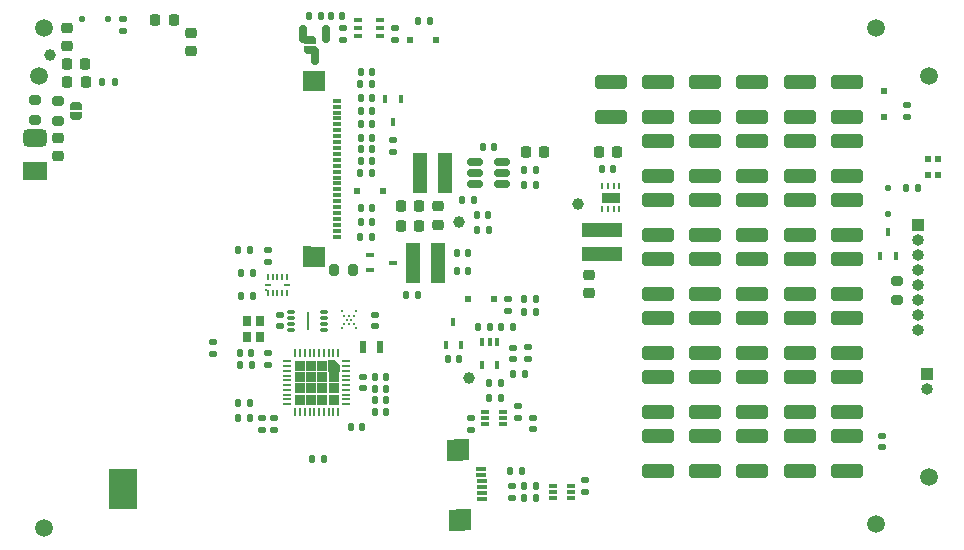
<source format=gbr>
%TF.GenerationSoftware,KiCad,Pcbnew,7.99.0-1761-g0fd2efa283*%
%TF.CreationDate,2023-08-22T00:04:27+03:00*%
%TF.ProjectId,Kampela_G2,4b616d70-656c-4615-9f47-322e6b696361,rev?*%
%TF.SameCoordinates,Original*%
%TF.FileFunction,Soldermask,Top*%
%TF.FilePolarity,Negative*%
%FSLAX46Y46*%
G04 Gerber Fmt 4.6, Leading zero omitted, Abs format (unit mm)*
G04 Created by KiCad (PCBNEW 7.99.0-1761-g0fd2efa283) date 2023-08-22 00:04:27*
%MOMM*%
%LPD*%
G01*
G04 APERTURE LIST*
G04 Aperture macros list*
%AMRoundRect*
0 Rectangle with rounded corners*
0 $1 Rounding radius*
0 $2 $3 $4 $5 $6 $7 $8 $9 X,Y pos of 4 corners*
0 Add a 4 corners polygon primitive as box body*
4,1,4,$2,$3,$4,$5,$6,$7,$8,$9,$2,$3,0*
0 Add four circle primitives for the rounded corners*
1,1,$1+$1,$2,$3*
1,1,$1+$1,$4,$5*
1,1,$1+$1,$6,$7*
1,1,$1+$1,$8,$9*
0 Add four rect primitives between the rounded corners*
20,1,$1+$1,$2,$3,$4,$5,0*
20,1,$1+$1,$4,$5,$6,$7,0*
20,1,$1+$1,$6,$7,$8,$9,0*
20,1,$1+$1,$8,$9,$2,$3,0*%
%AMRotRect*
0 Rectangle, with rotation*
0 The origin of the aperture is its center*
0 $1 length*
0 $2 width*
0 $3 Rotation angle, in degrees counterclockwise*
0 Add horizontal line*
21,1,$1,$2,0,0,$3*%
%AMOutline5P*
0 Free polygon, 5 corners , with rotation*
0 The origin of the aperture is its center*
0 number of corners: always 5*
0 $1 to $10 corner X, Y*
0 $11 Rotation angle, in degrees counterclockwise*
0 create outline with 5 corners*
4,1,5,$1,$2,$3,$4,$5,$6,$7,$8,$9,$10,$1,$2,$11*%
%AMOutline6P*
0 Free polygon, 6 corners , with rotation*
0 The origin of the aperture is its center*
0 number of corners: always 6*
0 $1 to $12 corner X, Y*
0 $13 Rotation angle, in degrees counterclockwise*
0 create outline with 6 corners*
4,1,6,$1,$2,$3,$4,$5,$6,$7,$8,$9,$10,$11,$12,$1,$2,$13*%
%AMOutline7P*
0 Free polygon, 7 corners , with rotation*
0 The origin of the aperture is its center*
0 number of corners: always 7*
0 $1 to $14 corner X, Y*
0 $15 Rotation angle, in degrees counterclockwise*
0 create outline with 7 corners*
4,1,7,$1,$2,$3,$4,$5,$6,$7,$8,$9,$10,$11,$12,$13,$14,$1,$2,$15*%
%AMOutline8P*
0 Free polygon, 8 corners , with rotation*
0 The origin of the aperture is its center*
0 number of corners: always 8*
0 $1 to $16 corner X, Y*
0 $17 Rotation angle, in degrees counterclockwise*
0 create outline with 8 corners*
4,1,8,$1,$2,$3,$4,$5,$6,$7,$8,$9,$10,$11,$12,$13,$14,$15,$16,$1,$2,$17*%
%AMFreePoly0*
4,1,17,0.500000,-0.500000,0.100000,-0.500000,0.100000,-0.495442,0.097906,-0.495442,0.000000,-0.459808,-0.079813,-0.392836,-0.131908,-0.302606,-0.150000,-0.200000,-0.150000,0.200000,-0.131908,0.302606,-0.079813,0.392836,0.000000,0.459808,0.097906,0.495442,0.100000,0.495442,0.100000,0.500000,0.500000,0.500000,0.500000,-0.500000,0.500000,-0.500000,$1*%
G04 Aperture macros list end*
%ADD10R,1.000000X1.000000*%
%ADD11O,1.000000X1.000000*%
%ADD12RoundRect,0.140000X0.140000X0.170000X-0.140000X0.170000X-0.140000X-0.170000X0.140000X-0.170000X0*%
%ADD13RoundRect,0.135000X-0.135000X-0.185000X0.135000X-0.185000X0.135000X0.185000X-0.135000X0.185000X0*%
%ADD14RoundRect,0.250000X-1.100000X0.325000X-1.100000X-0.325000X1.100000X-0.325000X1.100000X0.325000X0*%
%ADD15RoundRect,0.135000X0.135000X0.185000X-0.135000X0.185000X-0.135000X-0.185000X0.135000X-0.185000X0*%
%ADD16RoundRect,0.135000X0.185000X-0.135000X0.185000X0.135000X-0.185000X0.135000X-0.185000X-0.135000X0*%
%ADD17RoundRect,0.140000X-0.140000X-0.170000X0.140000X-0.170000X0.140000X0.170000X-0.140000X0.170000X0*%
%ADD18RoundRect,0.135000X-0.185000X0.135000X-0.185000X-0.135000X0.185000X-0.135000X0.185000X0.135000X0*%
%ADD19C,1.000000*%
%ADD20R,0.700000X0.450000*%
%ADD21RoundRect,0.087500X0.237500X0.087500X-0.237500X0.087500X-0.237500X-0.087500X0.237500X-0.087500X0*%
%ADD22R,0.200000X1.600000*%
%ADD23RoundRect,0.140000X-0.170000X0.140000X-0.170000X-0.140000X0.170000X-0.140000X0.170000X0.140000X0*%
%ADD24R,0.800000X0.300000*%
%ADD25R,1.850000X1.800000*%
%ADD26R,0.800000X0.400000*%
%ADD27R,0.450000X0.700000*%
%ADD28RoundRect,0.250000X1.100000X-0.325000X1.100000X0.325000X-1.100000X0.325000X-1.100000X-0.325000X0*%
%ADD29R,0.400000X0.650000*%
%ADD30RoundRect,0.150000X0.512500X0.150000X-0.512500X0.150000X-0.512500X-0.150000X0.512500X-0.150000X0*%
%ADD31R,2.000000X1.500000*%
%ADD32RoundRect,0.200000X0.275000X-0.200000X0.275000X0.200000X-0.275000X0.200000X-0.275000X-0.200000X0*%
%ADD33R,0.700000X0.340000*%
%ADD34RoundRect,0.225000X0.250000X-0.225000X0.250000X0.225000X-0.250000X0.225000X-0.250000X-0.225000X0*%
%ADD35FreePoly0,90.000000*%
%ADD36FreePoly0,270.000000*%
%ADD37R,0.650000X0.400000*%
%ADD38RoundRect,0.147500X0.147500X0.172500X-0.147500X0.172500X-0.147500X-0.172500X0.147500X-0.172500X0*%
%ADD39RoundRect,0.140000X0.170000X-0.140000X0.170000X0.140000X-0.170000X0.140000X-0.170000X-0.140000X0*%
%ADD40R,1.300000X3.400000*%
%ADD41R,0.600000X1.100000*%
%ADD42R,0.800000X0.900000*%
%ADD43RoundRect,0.225000X-0.225000X-0.250000X0.225000X-0.250000X0.225000X0.250000X-0.225000X0.250000X0*%
%ADD44R,0.200000X0.600000*%
%ADD45R,0.250000X0.150000*%
%ADD46R,0.600000X0.200000*%
%ADD47RoundRect,0.218750X0.218750X0.256250X-0.218750X0.256250X-0.218750X-0.256250X0.218750X-0.256250X0*%
%ADD48RoundRect,0.200000X-0.275000X0.200000X-0.275000X-0.200000X0.275000X-0.200000X0.275000X0.200000X0*%
%ADD49RoundRect,0.125000X0.125000X0.125000X-0.125000X0.125000X-0.125000X-0.125000X0.125000X-0.125000X0*%
%ADD50RoundRect,0.225000X-0.250000X0.225000X-0.250000X-0.225000X0.250000X-0.225000X0.250000X0.225000X0*%
%ADD51RoundRect,0.200000X0.200000X0.275000X-0.200000X0.275000X-0.200000X-0.275000X0.200000X-0.275000X0*%
%ADD52C,1.500000*%
%ADD53C,0.200000*%
%ADD54R,0.200000X0.740000*%
%ADD55R,0.740000X0.200000*%
%ADD56Outline5P,-0.481250X0.096250X-0.096250X0.481250X0.481250X0.481250X0.481250X-0.481250X-0.481250X-0.481250X270.000000*%
%ADD57R,0.962500X0.962500*%
%ADD58R,2.400000X3.500000*%
%ADD59RoundRect,0.150000X-0.150000X0.587500X-0.150000X-0.587500X0.150000X-0.587500X0.150000X0.587500X0*%
%ADD60R,0.500000X0.500000*%
%ADD61R,0.600000X0.600000*%
%ADD62R,3.400000X1.300000*%
%ADD63RoundRect,0.218750X0.256250X-0.218750X0.256250X0.218750X-0.256250X0.218750X-0.256250X-0.218750X0*%
%ADD64R,0.250000X0.500000*%
%ADD65R,1.600000X0.900000*%
%ADD66RoundRect,0.225000X0.225000X0.250000X-0.225000X0.250000X-0.225000X-0.250000X0.225000X-0.250000X0*%
%ADD67RoundRect,0.125000X-0.125000X0.125000X-0.125000X-0.125000X0.125000X-0.125000X0.125000X0.125000X0*%
%ADD68RotRect,0.300000X0.800000X271.710000*%
%ADD69RotRect,1.800000X1.850000X271.710000*%
%ADD70RoundRect,0.375000X-0.625000X-0.375000X0.625000X-0.375000X0.625000X0.375000X-0.625000X0.375000X0*%
%ADD71RoundRect,0.147500X0.172500X-0.147500X0.172500X0.147500X-0.172500X0.147500X-0.172500X-0.147500X0*%
G04 APERTURE END LIST*
D10*
%TO.C,J7*%
X163710000Y-127960000D03*
D11*
X163710000Y-129230000D03*
%TD*%
D12*
%TO.C,C25*%
X137165000Y-110590000D03*
X136205000Y-110590000D03*
%TD*%
D10*
%TO.C,J6*%
X162985000Y-115335001D03*
D11*
X162985000Y-116605001D03*
X162985000Y-117875001D03*
X162985000Y-119145001D03*
X162985000Y-120415001D03*
X162985000Y-121685001D03*
X162985000Y-122955001D03*
X162985000Y-124225001D03*
%TD*%
D12*
%TO.C,C52*%
X116755000Y-106830000D03*
X115795000Y-106830000D03*
%TD*%
D13*
%TO.C,R2*%
X129630000Y-122740000D03*
X130650000Y-122740000D03*
%TD*%
D14*
%TO.C,C76*%
X152960000Y-113235001D03*
X152960000Y-116185001D03*
%TD*%
D15*
%TO.C,R26*%
X129470000Y-136210000D03*
X128450000Y-136210000D03*
%TD*%
%TO.C,R29*%
X130620000Y-137460000D03*
X129600000Y-137460000D03*
%TD*%
D16*
%TO.C,R5*%
X129960000Y-126720000D03*
X129960000Y-125700000D03*
%TD*%
D17*
%TO.C,C26*%
X124405000Y-113210000D03*
X125365000Y-113210000D03*
%TD*%
D15*
%TO.C,R30*%
X162970000Y-112210000D03*
X161950000Y-112210000D03*
%TD*%
D13*
%TO.C,R6*%
X129600000Y-138460000D03*
X130620000Y-138460000D03*
%TD*%
D18*
%TO.C,R12*%
X107460000Y-131700000D03*
X107460000Y-132720000D03*
%TD*%
D19*
%TO.C,TP1*%
X89460000Y-100960001D03*
%TD*%
D20*
%TO.C,Q2*%
X116560000Y-117890000D03*
X116560000Y-119190000D03*
X118560000Y-118540000D03*
%TD*%
D21*
%TO.C,U4*%
X112730000Y-124261250D03*
X112730000Y-123761250D03*
X112730000Y-123261250D03*
X112730000Y-122761250D03*
X109930000Y-122761250D03*
X109930000Y-123261250D03*
X109930000Y-123761250D03*
X109930000Y-124261250D03*
D22*
X111330000Y-123511250D03*
%TD*%
D14*
%TO.C,C62*%
X144961000Y-123210000D03*
X144961000Y-126160000D03*
%TD*%
D19*
%TO.C,TP8*%
X124960000Y-128340000D03*
%TD*%
D23*
%TO.C,C20*%
X108460000Y-131730000D03*
X108460000Y-132690000D03*
%TD*%
D18*
%TO.C,R17*%
X162070000Y-105185000D03*
X162070000Y-106205000D03*
%TD*%
D24*
%TO.C,J4*%
X113800000Y-116335000D03*
X113800000Y-115835000D03*
X113800000Y-115335000D03*
X113800000Y-114835000D03*
X113800000Y-114335000D03*
X113800000Y-113835000D03*
X113800000Y-113335000D03*
X113800000Y-112835000D03*
X113800000Y-112335000D03*
X113800000Y-111835000D03*
X113800000Y-111335000D03*
X113800000Y-110835000D03*
X113800000Y-110335000D03*
X113800000Y-109835000D03*
X113800000Y-109335000D03*
X113800000Y-108835000D03*
X113800000Y-108335000D03*
X113800000Y-107835000D03*
X113800000Y-107335000D03*
X113800000Y-106835000D03*
X113800000Y-106335000D03*
X113800000Y-105835000D03*
X113800000Y-105335000D03*
X113800000Y-104835000D03*
D25*
X111825000Y-103140000D03*
D26*
X111300000Y-103835000D03*
X111300000Y-117335000D03*
D25*
X111825000Y-118040000D03*
%TD*%
D27*
%TO.C,Q5*%
X159810000Y-117960000D03*
X161110000Y-117960000D03*
X160460000Y-115960000D03*
%TD*%
D28*
%TO.C,C61*%
X144960000Y-121185001D03*
X144960000Y-118235001D03*
%TD*%
D29*
%TO.C,U1*%
X127360000Y-125290000D03*
X126710000Y-125290000D03*
X126060000Y-125290000D03*
X126060000Y-127190000D03*
X127360000Y-127190000D03*
%TD*%
D12*
%TO.C,C40*%
X106550000Y-126210000D03*
X105590000Y-126210000D03*
%TD*%
D23*
%TO.C,C57*%
X128610000Y-137480000D03*
X128610000Y-138440000D03*
%TD*%
D30*
%TO.C,U2*%
X127772500Y-111910000D03*
X127772500Y-110960000D03*
X127772500Y-110010000D03*
X125497500Y-110010000D03*
X125497500Y-110960000D03*
X125497500Y-111910000D03*
%TD*%
D13*
%TO.C,R35*%
X119650000Y-121310000D03*
X120670000Y-121310000D03*
%TD*%
%TO.C,R11*%
X105450000Y-131710000D03*
X106470000Y-131710000D03*
%TD*%
D31*
%TO.C,J2*%
X88210000Y-110740000D03*
%TD*%
D14*
%TO.C,C74*%
X152960000Y-103235001D03*
X152960000Y-106185001D03*
%TD*%
%TO.C,C78*%
X152960000Y-123235001D03*
X152960000Y-126185001D03*
%TD*%
D13*
%TO.C,R34*%
X105450000Y-117440000D03*
X106470000Y-117440000D03*
%TD*%
D14*
%TO.C,C8*%
X156960000Y-123235001D03*
X156960000Y-126185001D03*
%TD*%
D32*
%TO.C,R10*%
X90210000Y-106535001D03*
X90210000Y-104885001D03*
%TD*%
D33*
%TO.C,Q3*%
X126360000Y-131220000D03*
X126360000Y-131720000D03*
X126360000Y-132220000D03*
X127860000Y-132220000D03*
X127860000Y-131720000D03*
X127860000Y-131220000D03*
%TD*%
%TO.C,Q4*%
X133580000Y-138485000D03*
X133580000Y-137985000D03*
X133580000Y-137485000D03*
X132080000Y-137485000D03*
X132080000Y-137985000D03*
X132080000Y-138485000D03*
%TD*%
D34*
%TO.C,C21*%
X101460000Y-100635000D03*
X101460000Y-99085000D03*
%TD*%
D28*
%TO.C,C77*%
X152960000Y-121185001D03*
X152960000Y-118235001D03*
%TD*%
D14*
%TO.C,C66*%
X148960000Y-103235001D03*
X148960000Y-106185001D03*
%TD*%
D15*
%TO.C,R3*%
X127720000Y-128710000D03*
X126700000Y-128710000D03*
%TD*%
D17*
%TO.C,C87*%
X113300000Y-97685000D03*
X114260000Y-97685000D03*
%TD*%
D28*
%TO.C,C71*%
X148960000Y-131185001D03*
X148960000Y-128235001D03*
%TD*%
D17*
%TO.C,C27*%
X125650000Y-114540000D03*
X126610000Y-114540000D03*
%TD*%
D18*
%TO.C,R18*%
X107980000Y-126200000D03*
X107980000Y-127220000D03*
%TD*%
D28*
%TO.C,C13*%
X140960000Y-131185001D03*
X140960000Y-128235001D03*
%TD*%
D23*
%TO.C,C33*%
X116980000Y-122980000D03*
X116980000Y-123940000D03*
%TD*%
D28*
%TO.C,C63*%
X144960000Y-131185001D03*
X144960000Y-128235001D03*
%TD*%
D12*
%TO.C,C23*%
X127115000Y-108710000D03*
X126155000Y-108710000D03*
%TD*%
D35*
%TO.C,JP11*%
X111500000Y-100685000D03*
D36*
X111500000Y-99485000D03*
%TD*%
D34*
%TO.C,C12*%
X90960000Y-100235001D03*
X90960000Y-98685001D03*
%TD*%
D37*
%TO.C,Q9*%
X115550000Y-98035000D03*
X115550000Y-98685000D03*
X115550000Y-99335000D03*
X117450000Y-99335000D03*
X117450000Y-98685000D03*
X117450000Y-98035000D03*
%TD*%
D38*
%TO.C,FB1*%
X129680000Y-127960000D03*
X128710000Y-127960000D03*
%TD*%
D28*
%TO.C,C59*%
X144960000Y-111185001D03*
X144960000Y-108235001D03*
%TD*%
D39*
%TO.C,C3*%
X128260000Y-122620000D03*
X128260000Y-121660000D03*
%TD*%
D18*
%TO.C,R33*%
X107960000Y-117440000D03*
X107960000Y-118460000D03*
%TD*%
D40*
%TO.C,L1*%
X122935000Y-110960000D03*
X120835000Y-110960000D03*
%TD*%
D17*
%TO.C,C48*%
X115795000Y-105730000D03*
X116755000Y-105730000D03*
%TD*%
D41*
%TO.C,Y1*%
X117430000Y-125710000D03*
X116030000Y-125710000D03*
%TD*%
D23*
%TO.C,C28*%
X159960000Y-133230000D03*
X159960000Y-134190000D03*
%TD*%
D42*
%TO.C,Y2*%
X107280000Y-124860000D03*
X107280000Y-123460000D03*
X106180000Y-123460000D03*
X106180000Y-124860000D03*
%TD*%
D14*
%TO.C,C60*%
X144960000Y-113235001D03*
X144960000Y-116185001D03*
%TD*%
D39*
%TO.C,C32*%
X108980000Y-123940000D03*
X108980000Y-122980000D03*
%TD*%
D13*
%TO.C,R1*%
X93940000Y-103210001D03*
X94960000Y-103210001D03*
%TD*%
D12*
%TO.C,C49*%
X116780000Y-115110000D03*
X115820000Y-115110000D03*
%TD*%
D14*
%TO.C,C72*%
X148960000Y-133235001D03*
X148960000Y-136185001D03*
%TD*%
D13*
%TO.C,R24*%
X115780000Y-110955000D03*
X116800000Y-110955000D03*
%TD*%
D28*
%TO.C,C69*%
X148960000Y-121185001D03*
X148960000Y-118235001D03*
%TD*%
D17*
%TO.C,C47*%
X115780000Y-103430000D03*
X116740000Y-103430000D03*
%TD*%
D43*
%TO.C,C31*%
X119210000Y-113740000D03*
X120760000Y-113740000D03*
%TD*%
D12*
%TO.C,C54*%
X116760000Y-102430000D03*
X115800000Y-102430000D03*
%TD*%
D28*
%TO.C,C19*%
X140960000Y-111185001D03*
X140960000Y-108235001D03*
%TD*%
D14*
%TO.C,C84*%
X156960000Y-113235001D03*
X156960000Y-116185001D03*
%TD*%
D13*
%TO.C,R7*%
X127710000Y-123960000D03*
X128730000Y-123960000D03*
%TD*%
D34*
%TO.C,C30*%
X135160000Y-121115000D03*
X135160000Y-119565000D03*
%TD*%
D14*
%TO.C,C70*%
X148960000Y-123235001D03*
X148960000Y-126185001D03*
%TD*%
D44*
%TO.C,U7*%
X107960000Y-121090000D03*
D45*
X107785000Y-120865000D03*
D44*
X108360000Y-121090000D03*
X108760000Y-121090000D03*
X109160000Y-121090000D03*
X109560000Y-121090000D03*
D46*
X109560000Y-120440000D03*
D44*
X109560000Y-119790000D03*
X109160000Y-119790000D03*
X108760000Y-119790000D03*
X108360000Y-119790000D03*
X107960000Y-119790000D03*
D46*
X107960000Y-120440000D03*
%TD*%
D12*
%TO.C,C50*%
X116760000Y-109955000D03*
X115800000Y-109955000D03*
%TD*%
D47*
%TO.C,FB2*%
X99997500Y-97960000D03*
X98422500Y-97960000D03*
%TD*%
D48*
%TO.C,R9*%
X88210000Y-104810001D03*
X88210000Y-106460001D03*
%TD*%
D14*
%TO.C,C81*%
X140960000Y-123235001D03*
X140960000Y-126185001D03*
%TD*%
D28*
%TO.C,C65*%
X156960000Y-131185001D03*
X156960000Y-128235001D03*
%TD*%
%TO.C,C79*%
X152960000Y-131185001D03*
X152960000Y-128235001D03*
%TD*%
D17*
%TO.C,C37*%
X116980000Y-129210000D03*
X117940000Y-129210000D03*
%TD*%
%TO.C,C35*%
X116980000Y-131210000D03*
X117940000Y-131210000D03*
%TD*%
D13*
%TO.C,R4*%
X125700000Y-123960000D03*
X126720000Y-123960000D03*
%TD*%
D14*
%TO.C,C58*%
X144960000Y-103235001D03*
X144960000Y-106185001D03*
%TD*%
D49*
%TO.C,D6*%
X94450000Y-97935000D03*
X92250000Y-97935000D03*
%TD*%
D14*
%TO.C,C6*%
X140960000Y-113235001D03*
X140960000Y-116185001D03*
%TD*%
%TO.C,C73*%
X156960000Y-133235001D03*
X156960000Y-136185001D03*
%TD*%
D12*
%TO.C,C56*%
X116780000Y-113880000D03*
X115820000Y-113880000D03*
%TD*%
D50*
%TO.C,C9*%
X90210000Y-107960001D03*
X90210000Y-109510001D03*
%TD*%
D51*
%TO.C,R22*%
X115160000Y-119140000D03*
X113510000Y-119140000D03*
%TD*%
D17*
%TO.C,C38*%
X116980000Y-130210000D03*
X117940000Y-130210000D03*
%TD*%
D13*
%TO.C,R40*%
X111390000Y-97685000D03*
X112410000Y-97685000D03*
%TD*%
D17*
%TO.C,C44*%
X123960000Y-117740000D03*
X124920000Y-117740000D03*
%TD*%
D40*
%TO.C,L3*%
X122360000Y-118540000D03*
X120260000Y-118540000D03*
%TD*%
D43*
%TO.C,C24*%
X135960000Y-109140000D03*
X137510000Y-109140000D03*
%TD*%
D12*
%TO.C,C55*%
X116760000Y-107955000D03*
X115800000Y-107955000D03*
%TD*%
D52*
%TO.C,FID3*%
X159460000Y-140710000D03*
%TD*%
D12*
%TO.C,C43*%
X124920000Y-119240000D03*
X123960000Y-119240000D03*
%TD*%
D15*
%TO.C,R31*%
X112670000Y-135150001D03*
X111650000Y-135150001D03*
%TD*%
D13*
%TO.C,R15*%
X125640000Y-115790000D03*
X126660000Y-115790000D03*
%TD*%
D16*
%TO.C,R42*%
X114300000Y-99705000D03*
X114300000Y-98685000D03*
%TD*%
D13*
%TO.C,R13*%
X120690000Y-98059999D03*
X121710000Y-98059999D03*
%TD*%
D14*
%TO.C,C68*%
X148960000Y-113235001D03*
X148960000Y-116185001D03*
%TD*%
D28*
%TO.C,C75*%
X152960000Y-111185001D03*
X152960000Y-108235001D03*
%TD*%
D32*
%TO.C,R32*%
X161210000Y-121710001D03*
X161210000Y-120060001D03*
%TD*%
D18*
%TO.C,R23*%
X134830000Y-136975000D03*
X134830000Y-137995000D03*
%TD*%
D17*
%TO.C,C1*%
X123180000Y-126740000D03*
X124140000Y-126740000D03*
%TD*%
D18*
%TO.C,R20*%
X129110000Y-130700000D03*
X129110000Y-131720000D03*
%TD*%
D12*
%TO.C,C51*%
X116760000Y-108955000D03*
X115800000Y-108955000D03*
%TD*%
D53*
%TO.C,U5*%
X115410000Y-122671250D03*
X115410000Y-124071250D03*
X115210000Y-123021250D03*
X115210000Y-123721250D03*
X115010000Y-123371250D03*
X114810000Y-123021250D03*
X114810000Y-123721250D03*
X114610000Y-123371250D03*
X114410000Y-123021250D03*
X114410000Y-123721250D03*
X114210000Y-122671250D03*
X114210000Y-124071250D03*
%TD*%
D14*
%TO.C,C17*%
X140960000Y-133235001D03*
X140960000Y-136185001D03*
%TD*%
D52*
%TO.C,FID4*%
X159460000Y-98710000D03*
%TD*%
D12*
%TO.C,C39*%
X115940000Y-132460000D03*
X114980000Y-132460000D03*
%TD*%
D43*
%TO.C,C29*%
X119210000Y-115440000D03*
X120760000Y-115440000D03*
%TD*%
D54*
%TO.C,U6*%
X113880000Y-126210000D03*
X113480000Y-126210000D03*
X113080000Y-126210000D03*
X112680000Y-126210000D03*
X112280000Y-126210000D03*
X111880000Y-126210000D03*
X111480000Y-126210000D03*
X111080000Y-126210000D03*
X110680000Y-126210000D03*
X110280000Y-126210000D03*
D55*
X109580000Y-126910000D03*
X109580000Y-127310000D03*
X109580000Y-127710000D03*
X109580000Y-128110000D03*
X109580000Y-128510000D03*
X109580000Y-128910000D03*
X109580000Y-129310000D03*
X109580000Y-129710000D03*
X109580000Y-130110000D03*
X109580000Y-130510000D03*
D54*
X110280000Y-131210000D03*
X110680000Y-131210000D03*
X111080000Y-131210000D03*
X111480000Y-131210000D03*
X111880000Y-131210000D03*
X112280000Y-131210000D03*
X112680000Y-131210000D03*
X113080000Y-131210000D03*
X113480000Y-131210000D03*
X113880000Y-131210000D03*
D55*
X114580000Y-130510000D03*
X114580000Y-130110000D03*
X114580000Y-129710000D03*
X114580000Y-129310000D03*
X114580000Y-128910000D03*
X114580000Y-128510000D03*
X114580000Y-128110000D03*
X114580000Y-127710000D03*
X114580000Y-127310000D03*
X114580000Y-126910000D03*
D56*
X113523750Y-127266250D03*
D57*
X112561250Y-127266250D03*
X111598750Y-127266250D03*
X110636250Y-127266250D03*
X113523750Y-128228750D03*
X112561250Y-128228750D03*
X111598750Y-128228750D03*
X110636250Y-128228750D03*
X113523750Y-129191250D03*
X112561250Y-129191250D03*
X111598750Y-129191250D03*
X110636250Y-129191250D03*
X113523750Y-130153750D03*
X112561250Y-130153750D03*
X111598750Y-130153750D03*
X110636250Y-130153750D03*
%TD*%
D23*
%TO.C,C86*%
X95700000Y-97935000D03*
X95700000Y-98895000D03*
%TD*%
D58*
%TO.C,J8*%
X95710000Y-137740000D03*
%TD*%
D17*
%TO.C,C34*%
X105610000Y-127210000D03*
X106570000Y-127210000D03*
%TD*%
D16*
%TO.C,R21*%
X125110000Y-132740000D03*
X125110000Y-131720000D03*
%TD*%
D52*
%TO.C,H2*%
X163960000Y-102710000D03*
%TD*%
D59*
%TO.C,Q8*%
X112850000Y-99147500D03*
X110950000Y-99147500D03*
X111900000Y-101022500D03*
%TD*%
D27*
%TO.C,D1*%
X123010000Y-125540000D03*
X124310000Y-125540000D03*
X123660000Y-123540000D03*
%TD*%
D60*
%TO.C,D7*%
X160080000Y-106235001D03*
X160080000Y-104035001D03*
%TD*%
D61*
%TO.C,D4*%
X164660000Y-109730002D03*
X164660000Y-111130002D03*
X163810000Y-109730002D03*
X163810000Y-111130002D03*
%TD*%
D62*
%TO.C,L2*%
X136210000Y-115740000D03*
X136210000Y-117840000D03*
%TD*%
D63*
%TO.C,FB4*%
X122360000Y-115340000D03*
X122360000Y-113765000D03*
%TD*%
D19*
%TO.C,TP3*%
X124160000Y-115140000D03*
%TD*%
D64*
%TO.C,U3*%
X137710000Y-112090000D03*
X137210000Y-112090000D03*
X136710000Y-112090000D03*
X136210000Y-112090000D03*
X136210000Y-113990000D03*
X136710000Y-113990000D03*
X137210000Y-113990000D03*
X137710000Y-113990000D03*
D65*
X136960000Y-113040000D03*
%TD*%
D18*
%TO.C,R27*%
X103330000Y-125225000D03*
X103330000Y-126245000D03*
%TD*%
D52*
%TO.C,FID1*%
X88960000Y-141010000D03*
%TD*%
%TO.C,FID2*%
X88960000Y-98710000D03*
%TD*%
D17*
%TO.C,C2*%
X129660000Y-121640000D03*
X130620000Y-121640000D03*
%TD*%
D12*
%TO.C,C53*%
X116755000Y-104630000D03*
X115795000Y-104630000D03*
%TD*%
D60*
%TO.C,D2*%
X127060000Y-121610001D03*
X124860000Y-121610001D03*
%TD*%
D66*
%TO.C,C22*%
X131360000Y-109140000D03*
X129810000Y-109140000D03*
%TD*%
D60*
%TO.C,D10*%
X115490000Y-112440000D03*
X117690000Y-112440000D03*
%TD*%
D15*
%TO.C,R25*%
X127720000Y-129960000D03*
X126700000Y-129960000D03*
%TD*%
D14*
%TO.C,C80*%
X152960000Y-133235001D03*
X152960000Y-136185001D03*
%TD*%
D17*
%TO.C,C36*%
X116980000Y-128210000D03*
X117940000Y-128210000D03*
%TD*%
D13*
%TO.C,R19*%
X115760000Y-116330000D03*
X116780000Y-116330000D03*
%TD*%
D23*
%TO.C,C46*%
X130360000Y-131690000D03*
X130360000Y-132650000D03*
%TD*%
D43*
%TO.C,C14*%
X90935000Y-101710001D03*
X92485000Y-101710001D03*
%TD*%
D27*
%TO.C,D9*%
X119190000Y-104670000D03*
X117890000Y-104670000D03*
X118540000Y-106670000D03*
%TD*%
D14*
%TO.C,C64*%
X144960000Y-133235001D03*
X144960000Y-136185001D03*
%TD*%
D36*
%TO.C,JP1*%
X91690000Y-105100000D03*
D35*
X91690000Y-106300000D03*
%TD*%
D19*
%TO.C,TP2*%
X134200000Y-113535000D03*
%TD*%
D67*
%TO.C,D8*%
X160460000Y-112210000D03*
X160460000Y-114410000D03*
%TD*%
D60*
%TO.C,D5*%
X122200000Y-99685000D03*
X120000000Y-99685000D03*
%TD*%
D28*
%TO.C,C67*%
X148960000Y-111185001D03*
X148960000Y-108235001D03*
%TD*%
D12*
%TO.C,C42*%
X106660000Y-119440000D03*
X105700000Y-119440000D03*
%TD*%
D43*
%TO.C,C16*%
X90960000Y-103210001D03*
X92510000Y-103210001D03*
%TD*%
D68*
%TO.C,J5*%
X126086655Y-138546928D03*
X126071734Y-138047150D03*
X126056815Y-137547373D03*
X126041894Y-137047596D03*
X126026974Y-136547818D03*
X126012053Y-136048041D03*
D69*
X124012193Y-134406988D03*
X124188253Y-140304361D03*
%TD*%
D70*
%TO.C,J1*%
X88210000Y-107990000D03*
%TD*%
D15*
%TO.C,R14*%
X130655000Y-110710000D03*
X129635000Y-110710000D03*
%TD*%
D52*
%TO.C,H1*%
X163960000Y-136710000D03*
%TD*%
D23*
%TO.C,C5*%
X128710000Y-125730000D03*
X128710000Y-126690000D03*
%TD*%
D14*
%TO.C,C82*%
X156960000Y-103235001D03*
X156960000Y-106185001D03*
%TD*%
%TO.C,C15*%
X140960000Y-103235001D03*
X140960000Y-106185001D03*
%TD*%
D13*
%TO.C,R28*%
X105450000Y-130460000D03*
X106470000Y-130460000D03*
%TD*%
D71*
%TO.C,FB3*%
X115980000Y-129195000D03*
X115980000Y-128225000D03*
%TD*%
D18*
%TO.C,R41*%
X118700000Y-98685000D03*
X118700000Y-99705000D03*
%TD*%
D14*
%TO.C,C11*%
X136960000Y-103235001D03*
X136960000Y-106185001D03*
%TD*%
D28*
%TO.C,C85*%
X156960000Y-121185001D03*
X156960000Y-118235001D03*
%TD*%
D13*
%TO.C,R16*%
X129635000Y-111960000D03*
X130655000Y-111960000D03*
%TD*%
D28*
%TO.C,C83*%
X156960000Y-111185001D03*
X156960000Y-108235001D03*
%TD*%
D17*
%TO.C,C41*%
X105700000Y-121340000D03*
X106660000Y-121340000D03*
%TD*%
D23*
%TO.C,C45*%
X118550000Y-108190000D03*
X118550000Y-109150000D03*
%TD*%
D52*
%TO.C,H3*%
X88560000Y-102710000D03*
%TD*%
D28*
%TO.C,C10*%
X140960000Y-121185001D03*
X140960000Y-118235001D03*
%TD*%
M02*

</source>
